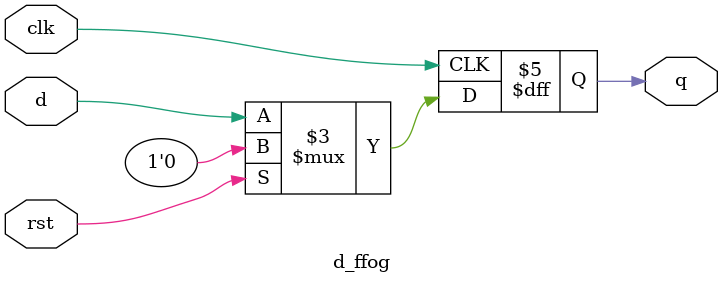
<source format=v>
`timescale 1ns / 1ps


module d_ffog(
output reg q,
input d,
input clk,
input rst);

    always @(posedge clk) begin
    if(rst)
        q<=0;
    else
        q<=d;
    end
endmodule

</source>
